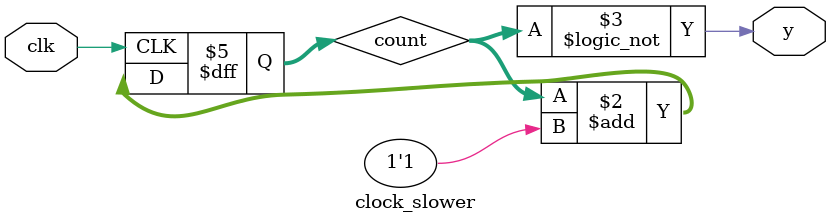
<source format=v>
`timescale 1ns / 1ps
module clock_slower
	#(parameter WIDTH = 19)
	(
    output y,
    input clk
    );

	reg [WIDTH-1:0] count = 0;
	 
   always @(posedge clk) 
	begin
		count <= count + 1'b1;
	end
	
	 assign y = (count == 0);

endmodule

</source>
